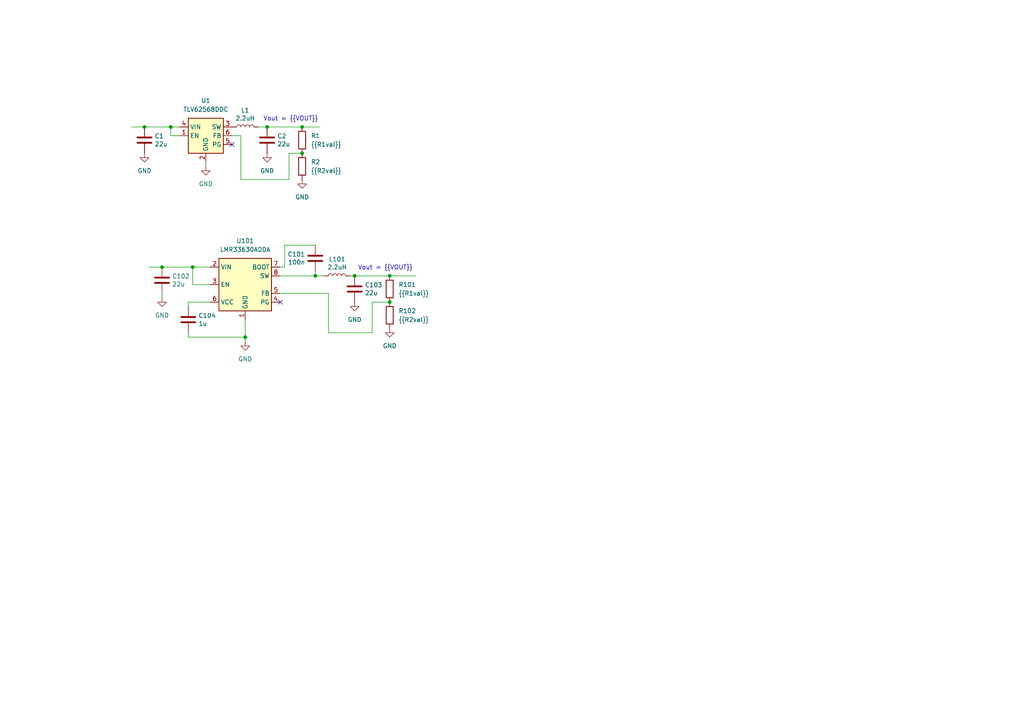
<source format=kicad_sch>
(kicad_sch (version 20231120) (generator "eeschema") (generator_version "8.0")
  (paper "A4")
  (lib_symbols
    (symbol "Device:C" (pin_numbers hide) (pin_names (offset 0.254))
      (property "Reference" "C" (at 0.635 2.54 0))
      (property "Value" "C" (at 0.635 -2.54 0))
      (symbol "C_0_1"
        (polyline (pts (xy -2.032 -0.762) (xy 2.032 -0.762)) (stroke (width 0.508)))
        (polyline (pts (xy -2.032 0.762) (xy 2.032 0.762)) (stroke (width 0.508)))
      )
      (symbol "C_1_1"
        (pin passive line (at 0 3.81 270) (length 2.794) (name "~") (number "1"))
        (pin passive line (at 0 -3.81 90) (length 2.794) (name "~") (number "2"))
      )
    )
    (symbol "Device:L" (pin_numbers hide) (pin_names (offset 1.016) hide)
      (property "Reference" "L" (at -1.27 0 90))
      (property "Value" "L" (at 1.905 0 90))
      (symbol "L_0_1"
        (arc (start 0 -2.54) (mid 0.6323 -1.905) (end 0 -1.27))
        (arc (start 0 -1.27) (mid 0.6323 -0.635) (end 0 0))
        (arc (start 0 0) (mid 0.6323 0.635) (end 0 1.27))
        (arc (start 0 1.27) (mid 0.6323 1.905) (end 0 2.54))
      )
      (symbol "L_1_1"
        (pin passive line (at 0 3.81 270) (length 1.27) (name "1") (number "1"))
        (pin passive line (at 0 -3.81 90) (length 1.27) (name "2") (number "2"))
      )
    )
    (symbol "Device:R" (pin_numbers hide) (pin_names (offset 0))
      (property "Reference" "R" (at 2.032 0 90))
      (property "Value" "R" (at 0 0 90))
      (symbol "R_0_1"
        (rectangle (start -1.016 -2.54) (end 1.016 2.54) (stroke (width 0.254)))
      )
      (symbol "R_1_1"
        (pin passive line (at 0 3.81 270) (length 1.27) (name "~") (number "1"))
        (pin passive line (at 0 -3.81 90) (length 1.27) (name "~") (number "2"))
      )
    )
    (symbol "LMR33630ADDA_1"
      (property "Reference" "U" (at 0 11.43 0))
      (property "Value" "LMR33630ADDA" (at 0 8.89 0))
      (symbol "LMR33630ADDA_1_0_1"
        (rectangle (start -7.62 7.62) (end 7.62 -7.62) (stroke (width 0.254)) (fill (type background)))
      )
      (symbol "LMR33630ADDA_1_1_1"
        (pin power_in line (at 0 -10.16 90) (length 2.54) (name "GND") (number "1"))
        (pin power_in line (at -10.16 5.08 0) (length 2.54) (name "VIN") (number "2"))
        (pin input line (at -10.16 0 0) (length 2.54) (name "EN") (number "3"))
        (pin open_collector line (at 10.16 -5.08 180) (length 2.54) (name "PG") (number "4"))
        (pin input line (at 10.16 -2.54 180) (length 2.54) (name "FB") (number "5"))
        (pin power_out line (at -10.16 -5.08 0) (length 2.54) (name "VCC") (number "6"))
        (pin input line (at 10.16 5.08 180) (length 2.54) (name "BOOT") (number "7"))
        (pin output line (at 10.16 2.54 180) (length 2.54) (name "SW") (number "8"))
        (pin passive line (at 0 -10.16 90) (length 2.54) hide (name "GND") (number "9"))
      )
    )
    (symbol "Regulator_Switching:TLV62568DDC"
      (property "Reference" "U" (at -5.08 6.35 0))
      (property "Value" "TLV62568DDC" (at 0 6.35 0))
      (symbol "TLV62568DDC_0_1"
        (rectangle (start -5.08 5.08) (end 5.08 -5.08) (stroke (width 0.254)) (fill (type background)))
      )
      (symbol "TLV62568DDC_1_1"
        (pin input line (at -7.62 0 0) (length 2.54) (name "EN") (number "1"))
        (pin power_in line (at 0 -7.62 90) (length 2.54) (name "GND") (number "2"))
        (pin power_out line (at 7.62 2.54 180) (length 2.54) (name "SW") (number "3"))
        (pin power_in line (at -7.62 2.54 0) (length 2.54) (name "VIN") (number "4"))
        (pin open_collector line (at 7.62 -2.54 180) (length 2.54) (name "PG") (number "5"))
        (pin input line (at 7.62 0 180) (length 2.54) (name "FB") (number "6"))
      )
    )
    (symbol "power:GND" (power) (pin_numbers hide) (pin_names (offset 0) hide)
      (property "Value" "GND" (at 0 -3.81 0))
      (symbol "GND_0_1"
        (polyline (pts (xy 0 0) (xy 0 -1.27) (xy 1.27 -1.27) (xy 0 -2.54) (xy -1.27 -1.27) (xy 0 -1.27)))
      )
      (symbol "GND_1_1"
        (pin power_in line (at 0 0 270) (length 0) (name "~") (number "1"))
      )
    )
  )
  (junction (at 55.88 77.47))
  (junction (at 77.47 36.83))
  (junction (at 87.63 44.45))
  (junction (at 113.03 80.01))
  (junction (at 102.87 80.01))
  (junction (at 49.53 36.83))
  (junction (at 113.03 87.63))
  (junction (at 71.12 97.79))
  (junction (at 41.91 36.83))
  (junction (at 46.99 77.47))
  (junction (at 91.44 80.01))
  (junction (at 87.63 36.83))
  (no_connect (at 81.28 87.63))
  (no_connect (at 67.31 41.91))
  (wire (pts (xy 83.82 52.07) (xy 69.85 52.07)))
  (wire (pts (xy 81.28 77.47) (xy 82.55 77.47)))
  (wire (pts (xy 87.63 44.45) (xy 83.82 44.45)))
  (wire (pts (xy 41.91 36.83) (xy 49.53 36.83)))
  (wire (pts (xy 113.03 80.01) (xy 120.65 80.01)))
  (wire (pts (xy 82.55 71.12) (xy 91.44 71.12)))
  (wire (pts (xy 91.44 80.01) (xy 93.98 80.01)))
  (wire (pts (xy 101.6 80.01) (xy 102.87 80.01)))
  (wire (pts (xy 102.87 80.01) (xy 113.03 80.01)))
  (wire (pts (xy 74.93 36.83) (xy 77.47 36.83)))
  (wire (pts (xy 59.69 46.99) (xy 59.69 48.26)))
  (wire (pts (xy 46.99 77.47) (xy 55.88 77.47)))
  (wire (pts (xy 54.61 87.63) (xy 60.96 87.63)))
  (wire (pts (xy 43.18 77.47) (xy 46.99 77.47)))
  (wire (pts (xy 107.95 87.63) (xy 107.95 96.52)))
  (wire (pts (xy 82.55 71.12) (xy 82.55 77.47)))
  (wire (pts (xy 71.12 99.06) (xy 71.12 97.79)))
  (wire (pts (xy 77.47 36.83) (xy 87.63 36.83)))
  (wire (pts (xy 55.88 77.47) (xy 55.88 82.55)))
  (wire (pts (xy 107.95 87.63) (xy 113.03 87.63)))
  (wire (pts (xy 54.61 97.79) (xy 71.12 97.79)))
  (wire (pts (xy 54.61 88.9) (xy 54.61 87.63)))
  (wire (pts (xy 81.28 80.01) (xy 91.44 80.01)))
  (wire (pts (xy 95.25 85.09) (xy 95.25 96.52)))
  (wire (pts (xy 91.44 78.74) (xy 91.44 80.01)))
  (wire (pts (xy 83.82 44.45) (xy 83.82 52.07)))
  (wire (pts (xy 49.53 36.83) (xy 49.53 39.37)))
  (wire (pts (xy 69.85 39.37) (xy 69.85 52.07)))
  (wire (pts (xy 49.53 39.37) (xy 52.07 39.37)))
  (wire (pts (xy 71.12 97.79) (xy 71.12 92.71)))
  (wire (pts (xy 49.53 36.83) (xy 52.07 36.83)))
  (wire (pts (xy 55.88 82.55) (xy 60.96 82.55)))
  (wire (pts (xy 38.1 36.83) (xy 41.91 36.83)))
  (wire (pts (xy 67.31 39.37) (xy 69.85 39.37)))
  (wire (pts (xy 87.63 36.83) (xy 92.71 36.83)))
  (wire (pts (xy 55.88 77.47) (xy 60.96 77.47)))
  (wire (pts (xy 46.99 85.09) (xy 46.99 86.36)))
  (wire (pts (xy 95.25 96.52) (xy 107.95 96.52)))
  (wire (pts (xy 54.61 96.52) (xy 54.61 97.79)))
  (wire (pts (xy 81.28 85.09) (xy 95.25 85.09)))
  (text "Vout = {{VOUT}}" (at 84.328 34.544 0) (effects (font (size 1.27 1.27))))
  (text "Vout = {{VOUT}}" (at 111.76 77.724 0) (effects (font (size 1.27 1.27))))
  (symbol (lib_id "Device:R") (at 87.63 48.26 0) (unit 1)
    (property "Reference" "R2" (at 90.17 46.9899 0) (effects (justify left)))
    (property "Value" "{{R2val}}" (at 90.17 49.5299 0) (effects (justify left)))
    (property "Footprint" "Resistor_SMD:R_0402_1005Metric" (effects (hide yes)))
    (property "Description" "Resistor" (effects (hide yes)))
    (property "LCSC" "{{R2lcsc}}" (effects (hide yes)))
  )
  (symbol (lib_id "Device:C") (at 102.87 83.82 0) (unit 1)
    (property "Reference" "C103" (at 105.791 82.6516 0) (effects (justify left)))
    (property "Value" "22u" (at 105.791 84.963 0) (effects (justify left)))
    (property "Footprint" "Capacitor_SMD:C_0603_1608Metric" (effects (hide yes)))
    (property "LCSC" "C59461" (effects (hide yes)))
  )
  (symbol (lib_id "Device:C") (at 41.91 40.64 0) (unit 1)
    (property "Reference" "C1" (at 44.831 39.4716 0) (effects (justify left)))
    (property "Value" "22u" (at 44.831 41.783 0) (effects (justify left)))
    (property "Footprint" "Capacitor_SMD:C_0603_1608Metric" (effects (hide yes)))
    (property "LCSC" "C59461" (effects (hide yes)))
  )
  (symbol (lib_id "power:GND") (at 113.03 95.25 0) (unit 1)
    (property "Reference" "#PWR0103" (effects (hide yes)))
    (property "Value" "GND" (at 113.03 100.33 0))
    (property "Description" "Power symbol creates a global label with name \"GND\" , ground" (effects (hide yes)))
  )
  (symbol (lib_id "Device:C") (at 54.61 92.71 0) (unit 1)
    (property "Reference" "C104" (at 57.531 91.5416 0) (effects (justify left)))
    (property "Value" "1u" (at 57.531 93.853 0) (effects (justify left)))
    (property "Footprint" "Capacitor_SMD:C_0402_1005Metric" (effects (hide yes)))
    (property "LCSC" "C14445" (effects (hide yes)))
  )
  (symbol (lib_id "power:GND") (at 77.47 44.45 0) (unit 1)
    (property "Reference" "#PWR01" (effects (hide yes)))
    (property "Value" "GND" (at 77.47 49.53 0))
    (property "Description" "Power symbol creates a global label with name \"GND\" , ground" (effects (hide yes)))
  )
  (symbol (lib_id "Device:R") (at 87.63 40.64 0) (unit 1)
    (property "Reference" "R1" (at 90.17 39.3699 0) (effects (justify left)))
    (property "Value" "{{R1val}}" (at 90.17 41.9099 0) (effects (justify left)))
    (property "Footprint" "Resistor_SMD:R_0402_1005Metric" (effects (hide yes)))
    (property "Description" "Resistor" (effects (hide yes)))
    (property "LCSC" "{{R1lcsc}}" (effects (hide yes)))
  )
  (symbol (lib_id "power:GND") (at 71.12 99.06 0) (unit 1)
    (property "Reference" "#PWR0102" (effects (hide yes)))
    (property "Value" "GND" (at 71.12 104.14 0))
    (property "Description" "Power symbol creates a global label with name \"GND\" , ground" (effects (hide yes)))
  )
  (symbol (lib_id "Device:L") (at 71.12 36.83 90) (unit 1)
    (property "Reference" "L1" (at 71.12 32.004 90))
    (property "Value" "2.2uH" (at 71.12 34.3154 90))
    (property "Footprint" "Inductor_SMD:L_Taiyo-Yuden_NR-40xx" (effects (hide yes)))
    (property "manf#" "SDER041H-2R2MS" (effects (hide yes)))
    (property "LCSC" "C2929416" (effects (hide yes)))
  )
  (symbol (lib_id "power:GND") (at 41.91 44.45 0) (unit 1)
    (property "Reference" "#PWR03" (effects (hide yes)))
    (property "Value" "GND" (at 41.91 49.53 0))
    (property "Description" "Power symbol creates a global label with name \"GND\" , ground" (effects (hide yes)))
  )
  (symbol (lib_id "Device:C") (at 77.47 40.64 0) (unit 1)
    (property "Reference" "C2" (at 80.391 39.4716 0) (effects (justify left)))
    (property "Value" "22u" (at 80.391 41.783 0) (effects (justify left)))
    (property "Footprint" "Capacitor_SMD:C_0603_1608Metric" (effects (hide yes)))
    (property "LCSC" "C59461" (effects (hide yes)))
  )
  (symbol (lib_id "power:GND") (at 102.87 87.63 0) (unit 1)
    (property "Reference" "#PWR0104" (effects (hide yes)))
    (property "Value" "GND" (at 102.87 92.71 0))
    (property "Description" "Power symbol creates a global label with name \"GND\" , ground" (effects (hide yes)))
  )
  (symbol (lib_id "Device:C") (at 46.99 81.28 0) (unit 1)
    (property "Reference" "C102" (at 49.911 80.1116 0) (effects (justify left)))
    (property "Value" "22u" (at 49.911 82.423 0) (effects (justify left)))
    (property "Footprint" "Capacitor_SMD:C_0603_1608Metric" (effects (hide yes)))
    (property "LCSC" "C59461" (effects (hide yes)))
  )
  (symbol (lib_id "Device:R") (at 113.03 91.44 0) (unit 1)
    (property "Reference" "R102" (at 115.57 90.1699 0) (effects (justify left)))
    (property "Value" "{{R2val}}" (at 115.57 92.7099 0) (effects (justify left)))
    (property "Footprint" "Resistor_SMD:R_0402_1005Metric" (effects (hide yes)))
    (property "Description" "Resistor" (effects (hide yes)))
    (property "LCSC" "{{R2lcsc}}" (effects (hide yes)))
  )
  (symbol (lib_id "Device:C") (at 91.44 74.93 0) (mirror y) (unit 1)
    (property "Reference" "C101" (at 88.519 73.7616 0) (effects (justify left)))
    (property "Value" "100n" (at 88.519 76.073 0) (effects (justify left)))
    (property "Footprint" "Capacitor_SMD:C_0201_0603Metric" (effects (hide yes)))
    (property "LCSC" "C76939" (effects (hide yes)))
  )
  (symbol (lib_id "Device:R") (at 113.03 83.82 0) (unit 1)
    (property "Reference" "R101" (at 115.57 82.5499 0) (effects (justify left)))
    (property "Value" "{{R1val}}" (at 115.57 85.0899 0) (effects (justify left)))
    (property "Footprint" "Resistor_SMD:R_0402_1005Metric" (effects (hide yes)))
    (property "Description" "Resistor" (effects (hide yes)))
    (property "LCSC" "{{R1lcsc}}" (effects (hide yes)))
  )
  (symbol (lib_id "power:GND") (at 59.69 48.26 0) (unit 1)
    (property "Reference" "#PWR02" (effects (hide yes)))
    (property "Value" "GND" (at 59.69 53.34 0))
    (property "Description" "Power symbol creates a global label with name \"GND\" , ground" (effects (hide yes)))
  )
  (symbol (lib_id "power:GND") (at 46.99 86.36 0) (unit 1)
    (property "Reference" "#PWR0101" (effects (hide yes)))
    (property "Value" "GND" (at 46.99 91.44 0))
    (property "Description" "Power symbol creates a global label with name \"GND\" , ground" (effects (hide yes)))
  )
  (symbol (lib_id "Device:L") (at 97.79 80.01 90) (unit 1)
    (property "Reference" "L101" (at 97.79 75.184 90))
    (property "Value" "2.2uH" (at 97.79 77.4954 90))
    (property "Footprint" "Inductor_SMD:L_Taiyo-Yuden_NR-40xx" (effects (hide yes)))
    (property "manf#" "SDER041H-2R2MS" (effects (hide yes)))
    (property "LCSC" "C2929416" (effects (hide yes)))
  )
  (symbol (lib_id "power:GND") (at 87.63 52.07 0) (unit 1)
    (property "Reference" "#PWR04" (effects (hide yes)))
    (property "Value" "GND" (at 87.63 57.15 0))
    (property "Description" "Power symbol creates a global label with name \"GND\" , ground" (effects (hide yes)))
  )
  (symbol (lib_name "LMR33630ADDA_1") (lib_id "Regulator_Switching:LMR33630ADDA") (at 71.12 82.55 0) (unit 1)
    (property "Reference" "U101" (at 71.12 69.85 0))
    (property "Value" "LMR33630ADDA" (at 71.12 72.39 0))
    (property "Footprint" "Package_SO:Texas_HSOP-8-1EP_3.9x4.9mm_P1.27mm_ThermalVias" (effects (hide yes)))
    (property "Datasheet" "http://www.ti.com/lit/ds/symlink/lmr33630.pdf" (effects (hide yes)))
    (property "Description" "Simple Switcher Synchronous Buck Regulator, Vin=3.8-36V, Iout=3A, F=400kHz, Adjustable output voltage, HSOP-8" (effects (hide yes)))
  )
  (symbol (lib_id "Regulator_Switching:TLV62568DDC") (at 59.69 39.37 0) (unit 1)
    (property "Reference" "U1" (at 59.69 29.21 0))
    (property "Value" "TLV62568DDC" (at 59.69 31.75 0))
    (property "Footprint" "Package_TO_SOT_SMD:SOT-23-6" (effects (hide yes)))
    (property "Datasheet" "http://www.ti.com/lit/ds/symlink/tlv62568.pdf" (effects (hide yes)))
    (property "LCSC" "C2071019" (effects (hide yes)))
  )
)
</source>
